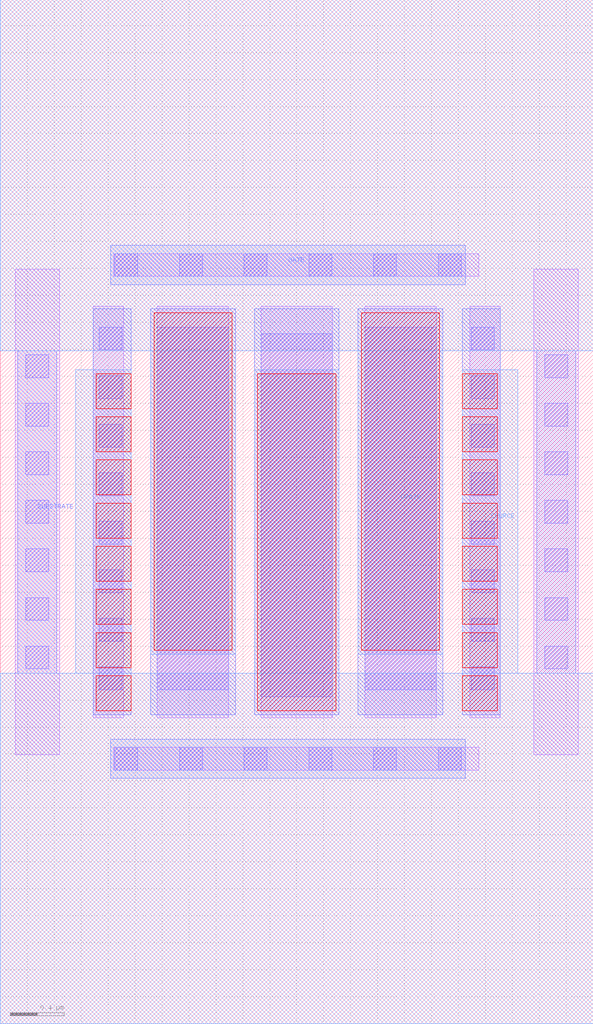
<source format=lef>
# Copyright 2020 The SkyWater PDK Authors
#
# Licensed under the Apache License, Version 2.0 (the "License");
# you may not use this file except in compliance with the License.
# You may obtain a copy of the License at
#
#     https://www.apache.org/licenses/LICENSE-2.0
#
# Unless required by applicable law or agreed to in writing, software
# distributed under the License is distributed on an "AS IS" BASIS,
# WITHOUT WARRANTIES OR CONDITIONS OF ANY KIND, either express or implied.
# See the License for the specific language governing permissions and
# limitations under the License.
#
# SPDX-License-Identifier: Apache-2.0

VERSION 5.7 ;
  NOWIREEXTENSIONATPIN ON ;
  DIVIDERCHAR "/" ;
  BUSBITCHARS "[]" ;
MACRO sky130_fd_pr__rf_nfet_01v8_hcM04W3p00L0p15
  CLASS BLOCK ;
  FOREIGN sky130_fd_pr__rf_nfet_01v8_hcM04W3p00L0p15 ;
  ORIGIN  0.000000  0.000000 ;
  SIZE  4.400000 BY  7.590000 ;
  PIN DRAIN
    ANTENNADIFFAREA  3.732400 ;
    PORT
      LAYER met2 ;
        RECT 0.000000 4.990000 4.400000 7.590000 ;
        RECT 1.115000 2.740000 1.745000 4.990000 ;
        RECT 2.655000 2.740000 3.285000 4.990000 ;
    END
  END DRAIN
  PIN GATE
    ANTENNAGATEAREA  1.806000 ;
    PORT
      LAYER met1 ;
        RECT 0.820000 1.820000 3.450000 2.110000 ;
        RECT 0.820000 5.480000 3.450000 5.770000 ;
    END
  END GATE
  PIN SOURCE
    ANTENNADIFFAREA  3.551800 ;
    PORT
      LAYER met2 ;
        RECT 0.000000 0.000000 4.400000 2.600000 ;
        RECT 0.560000 2.600000 0.970000 4.850000 ;
        RECT 1.885000 2.600000 2.515000 4.850000 ;
        RECT 3.430000 2.600000 3.840000 4.850000 ;
    END
  END SOURCE
  PIN SUBSTRATE
    ANTENNADIFFAREA  0.809100 ;
    PORT
      LAYER met1 ;
        RECT 0.130000 2.600000 0.420000 4.990000 ;
    END
  END SUBSTRATE
  OBS
    LAYER li1 ;
      RECT 0.110000 1.995000 0.440000 5.595000 ;
      RECT 0.690000 2.270000 0.915000 5.320000 ;
      RECT 0.840000 1.880000 3.550000 2.050000 ;
      RECT 0.840000 5.540000 3.550000 5.710000 ;
      RECT 1.165000 2.270000 1.695000 5.320000 ;
      RECT 1.935000 2.270000 2.465000 5.320000 ;
      RECT 2.705000 2.270000 3.235000 5.320000 ;
      RECT 3.485000 2.270000 3.710000 5.320000 ;
      RECT 3.960000 1.995000 4.290000 5.595000 ;
    LAYER mcon ;
      RECT 0.190000 2.630000 0.360000 2.800000 ;
      RECT 0.190000 2.990000 0.360000 3.160000 ;
      RECT 0.190000 3.350000 0.360000 3.520000 ;
      RECT 0.190000 3.710000 0.360000 3.880000 ;
      RECT 0.190000 4.070000 0.360000 4.240000 ;
      RECT 0.190000 4.430000 0.360000 4.600000 ;
      RECT 0.190000 4.790000 0.360000 4.960000 ;
      RECT 0.735000 2.475000 0.905000 2.645000 ;
      RECT 0.735000 2.835000 0.905000 3.005000 ;
      RECT 0.735000 3.195000 0.905000 3.365000 ;
      RECT 0.735000 3.555000 0.905000 3.725000 ;
      RECT 0.735000 3.915000 0.905000 4.085000 ;
      RECT 0.735000 4.275000 0.905000 4.445000 ;
      RECT 0.735000 4.635000 0.905000 4.805000 ;
      RECT 0.735000 4.995000 0.905000 5.165000 ;
      RECT 0.850000 1.880000 1.020000 2.050000 ;
      RECT 0.850000 5.540000 1.020000 5.710000 ;
      RECT 1.165000 2.475000 1.695000 5.165000 ;
      RECT 1.330000 1.880000 1.500000 2.050000 ;
      RECT 1.330000 5.540000 1.500000 5.710000 ;
      RECT 1.810000 1.880000 1.980000 2.050000 ;
      RECT 1.810000 5.540000 1.980000 5.710000 ;
      RECT 1.935000 2.425000 2.465000 5.115000 ;
      RECT 2.290000 1.880000 2.460000 2.050000 ;
      RECT 2.290000 5.540000 2.460000 5.710000 ;
      RECT 2.705000 2.475000 3.235000 5.165000 ;
      RECT 2.770000 1.880000 2.940000 2.050000 ;
      RECT 2.770000 5.540000 2.940000 5.710000 ;
      RECT 3.250000 1.880000 3.420000 2.050000 ;
      RECT 3.250000 5.540000 3.420000 5.710000 ;
      RECT 3.495000 2.475000 3.665000 2.645000 ;
      RECT 3.495000 2.835000 3.665000 3.005000 ;
      RECT 3.495000 3.195000 3.665000 3.365000 ;
      RECT 3.495000 3.555000 3.665000 3.725000 ;
      RECT 3.495000 3.915000 3.665000 4.085000 ;
      RECT 3.495000 4.275000 3.665000 4.445000 ;
      RECT 3.495000 4.635000 3.665000 4.805000 ;
      RECT 3.495000 4.995000 3.665000 5.165000 ;
      RECT 4.040000 2.630000 4.210000 2.800000 ;
      RECT 4.040000 2.990000 4.210000 3.160000 ;
      RECT 4.040000 3.350000 4.210000 3.520000 ;
      RECT 4.040000 3.710000 4.210000 3.880000 ;
      RECT 4.040000 4.070000 4.210000 4.240000 ;
      RECT 4.040000 4.430000 4.210000 4.600000 ;
      RECT 4.040000 4.790000 4.210000 4.960000 ;
    LAYER met1 ;
      RECT 0.690000 2.290000 0.970000 5.300000 ;
      RECT 1.115000 2.290000 1.745000 5.300000 ;
      RECT 1.885000 2.290000 2.515000 5.300000 ;
      RECT 2.655000 2.290000 3.285000 5.300000 ;
      RECT 3.430000 2.290000 3.710000 5.300000 ;
      RECT 3.980000 2.600000 4.270000 4.990000 ;
    LAYER via ;
      RECT 0.710000 2.320000 0.970000 2.580000 ;
      RECT 0.710000 2.640000 0.970000 2.900000 ;
      RECT 0.710000 2.960000 0.970000 3.220000 ;
      RECT 0.710000 3.280000 0.970000 3.540000 ;
      RECT 0.710000 3.600000 0.970000 3.860000 ;
      RECT 0.710000 3.920000 0.970000 4.180000 ;
      RECT 0.710000 4.240000 0.970000 4.500000 ;
      RECT 0.710000 4.560000 0.970000 4.820000 ;
      RECT 1.140000 2.770000 1.720000 5.270000 ;
      RECT 1.910000 2.320000 2.490000 4.820000 ;
      RECT 2.680000 2.770000 3.260000 5.270000 ;
      RECT 3.430000 2.320000 3.690000 2.580000 ;
      RECT 3.430000 2.640000 3.690000 2.900000 ;
      RECT 3.430000 2.960000 3.690000 3.220000 ;
      RECT 3.430000 3.280000 3.690000 3.540000 ;
      RECT 3.430000 3.600000 3.690000 3.860000 ;
      RECT 3.430000 3.920000 3.690000 4.180000 ;
      RECT 3.430000 4.240000 3.690000 4.500000 ;
      RECT 3.430000 4.560000 3.690000 4.820000 ;
  END
END sky130_fd_pr__rf_nfet_01v8_hcM04W3p00L0p15
END LIBRARY

</source>
